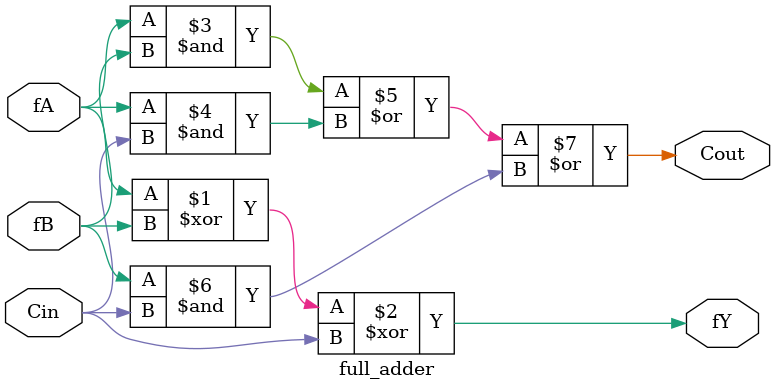
<source format=v>
module full_adder(
    input fA, fB, Cin,
    output fY, Cout
);

    // Eq
    assign fY = fA ^ fB ^ Cin; // A ^ B ^ C
    assign Cout = (fA & fB) | (fA & Cin) | (fB & Cin);

endmodule 
</source>
